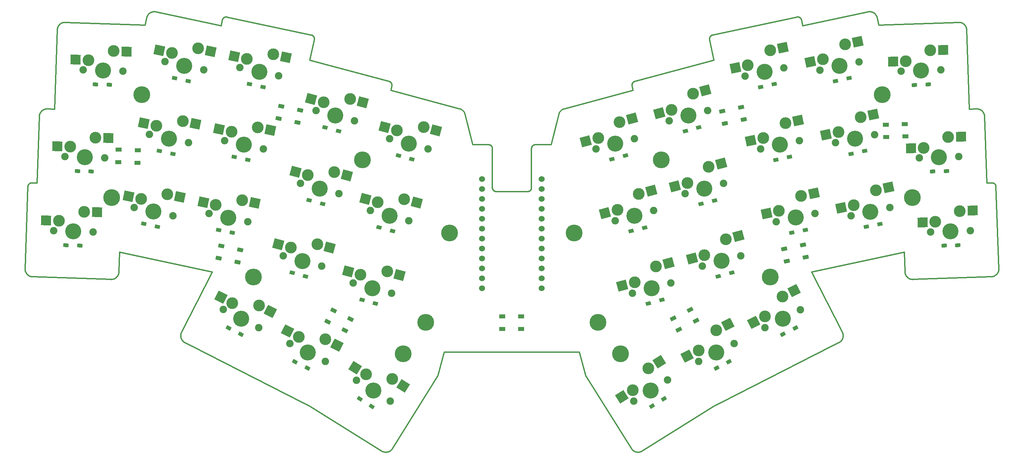
<source format=gbs>
%TF.GenerationSoftware,KiCad,Pcbnew,(6.0.6)*%
%TF.CreationDate,2022-07-10T22:01:46+09:00*%
%TF.ProjectId,nowt,6e6f7774-2e6b-4696-9361-645f70636258,rev?*%
%TF.SameCoordinates,Original*%
%TF.FileFunction,Soldermask,Bot*%
%TF.FilePolarity,Negative*%
%FSLAX46Y46*%
G04 Gerber Fmt 4.6, Leading zero omitted, Abs format (unit mm)*
G04 Created by KiCad (PCBNEW (6.0.6)) date 2022-07-10 22:01:46*
%MOMM*%
%LPD*%
G01*
G04 APERTURE LIST*
G04 Aperture macros list*
%AMRotRect*
0 Rectangle, with rotation*
0 The origin of the aperture is its center*
0 $1 length*
0 $2 width*
0 $3 Rotation angle, in degrees counterclockwise*
0 Add horizontal line*
21,1,$1,$2,0,0,$3*%
G04 Aperture macros list end*
%TA.AperFunction,Profile*%
%ADD10C,0.349999*%
%TD*%
%ADD11RotRect,1.300000X0.950000X358.000000*%
%ADD12C,4.300000*%
%ADD13RotRect,1.300000X0.950000X348.000000*%
%ADD14RotRect,1.500000X1.000000X27.000000*%
%ADD15C,1.900000*%
%ADD16C,3.000000*%
%ADD17C,4.100000*%
%ADD18RotRect,2.550000X2.500000X195.000000*%
%ADD19RotRect,2.550000X2.500000X192.000000*%
%ADD20RotRect,1.300000X0.950000X15.000000*%
%ADD21RotRect,1.300000X0.950000X12.000000*%
%ADD22RotRect,1.500000X1.000000X12.000000*%
%ADD23RotRect,1.300000X0.950000X345.000000*%
%ADD24RotRect,2.550000X2.500000X178.000000*%
%ADD25RotRect,2.550000X2.500000X182.000000*%
%ADD26RotRect,2.550000X2.500000X207.000000*%
%ADD27RotRect,1.500000X1.000000X348.000000*%
%ADD28RotRect,2.550000X2.500000X168.000000*%
%ADD29RotRect,1.300000X0.950000X327.000000*%
%ADD30RotRect,2.550000X2.500000X165.000000*%
%ADD31RotRect,1.300000X0.950000X27.000000*%
%ADD32RotRect,2.550000X2.500000X153.000000*%
%ADD33RotRect,1.500000X1.000000X2.000000*%
%ADD34RotRect,1.300000X0.950000X32.000000*%
%ADD35RotRect,1.300000X0.950000X2.000000*%
%ADD36RotRect,1.500000X1.000000X333.000000*%
%ADD37RotRect,1.500000X1.000000X358.000000*%
%ADD38RotRect,2.550000X2.500000X212.000000*%
%ADD39RotRect,1.300000X0.950000X333.000000*%
%ADD40RotRect,2.550000X2.500000X148.000000*%
%ADD41C,1.524000*%
%ADD42R,1.500000X1.000000*%
G04 APERTURE END LIST*
D10*
X72732052Y-26633205D02*
X72684562Y-26643585D01*
X179229312Y-137667739D02*
X179229312Y-137667739D01*
X270294066Y-91684858D02*
X270321484Y-91591155D01*
X196459436Y-32146363D02*
X196458571Y-32196008D01*
X230533221Y-108676893D02*
X230556741Y-108580901D01*
X262154177Y-29918351D02*
X262154177Y-29918351D01*
X31517647Y-28000906D02*
X31420438Y-28014372D01*
X239057900Y-26212028D02*
X239004616Y-26130299D01*
X239312655Y-26847300D02*
X239312655Y-26847300D01*
X197104277Y-31254241D02*
X197057938Y-31273081D01*
X30308662Y-28594722D02*
X30241604Y-28667264D01*
X266173669Y-50734683D02*
X266105080Y-50667580D01*
X115182141Y-43611429D02*
X115158412Y-43567870D01*
X95089535Y-31428482D02*
X95051952Y-31397916D01*
X140961129Y-70437724D02*
X140954768Y-70387679D01*
X61312380Y-107899411D02*
X61302364Y-107996489D01*
X158350196Y-50718048D02*
X158267650Y-50819922D01*
X26536623Y-50228640D02*
X26444609Y-50261262D01*
X115292264Y-44083444D02*
X115291830Y-44034582D01*
X246454202Y-92234775D02*
X246479056Y-92329472D01*
X140919427Y-60041605D02*
X140906354Y-59994511D01*
X115283828Y-43937348D02*
X115276284Y-43889153D01*
X159215351Y-50134709D02*
X159090155Y-50182210D01*
X260959039Y-28156219D02*
X260869103Y-28119283D01*
X238606083Y-25701634D02*
X238527461Y-25641840D01*
X157961692Y-51404106D02*
X157923999Y-51533734D01*
X23082637Y-69067515D02*
X23034527Y-69076596D01*
X150332259Y-71209324D02*
X150286748Y-71226887D01*
X21719967Y-91967790D02*
X21765159Y-92053167D01*
X270184942Y-91956298D02*
X270225732Y-91867596D01*
X261926812Y-29058686D02*
X261879662Y-28974045D01*
X22355374Y-69595762D02*
X22334060Y-69639653D01*
X22115069Y-92509003D02*
X22185383Y-92574359D01*
X151121017Y-59727217D02*
X151094989Y-59767715D01*
X133937526Y-51404093D02*
X133891589Y-51278317D01*
X270388610Y-91105950D02*
X270387606Y-91006736D01*
X176607371Y-44034612D02*
X176606939Y-44083476D01*
X45123022Y-92941581D02*
X45178184Y-92860700D01*
X196464389Y-32296279D02*
X196471169Y-32346757D01*
X140753275Y-59690353D02*
X140723020Y-59651530D01*
X115428202Y-137033728D02*
X127074427Y-118396346D01*
X115203592Y-43655914D02*
X115182141Y-43611429D01*
X23034527Y-69076596D02*
X22987000Y-69088000D01*
X270139818Y-92043001D02*
X270184942Y-91956298D01*
X115289014Y-43985854D02*
X115283828Y-43937348D01*
X150853716Y-70712723D02*
X150831790Y-70756332D01*
X219850350Y-27125968D02*
X219825312Y-27083788D01*
X196676131Y-31566918D02*
X196647174Y-31605205D01*
X72192515Y-26930397D02*
X72160257Y-26966351D01*
X265717927Y-50384675D02*
X265632564Y-50339464D01*
X266685037Y-51658970D02*
X266659348Y-51563062D01*
X247792500Y-93679900D02*
X247886202Y-93707303D01*
X132929984Y-50237615D02*
X132809048Y-50182236D01*
X159090155Y-50182210D02*
X158969219Y-50237593D01*
X248371389Y-93774355D02*
X248470599Y-93773337D01*
X72336989Y-26803832D02*
X72298703Y-26832788D01*
X237527444Y-25270441D02*
X237429897Y-25264460D01*
X150781583Y-70840244D02*
X150753369Y-70880384D01*
X31714403Y-27988342D02*
X31615691Y-27992209D01*
X53453532Y-25585768D02*
X53371694Y-25641844D01*
X177208207Y-43150756D02*
X177163704Y-43171411D01*
X176998061Y-43274526D02*
X176960094Y-43305158D01*
X114939113Y-43305142D02*
X114901148Y-43274510D01*
X114893202Y-137602513D02*
X114971278Y-137543905D01*
X30530817Y-28397626D02*
X30453761Y-28459444D01*
X246433973Y-92138751D02*
X246454202Y-92234775D01*
X261773790Y-28812742D02*
X261715327Y-28736324D01*
X239193221Y-26471921D02*
X239152303Y-26382985D01*
X219637436Y-26863558D02*
X219600545Y-26832779D01*
X94886303Y-31294074D02*
X94841302Y-31273092D01*
X141847361Y-71280237D02*
X141797317Y-71273879D01*
X145949603Y-71285399D02*
X141949603Y-71285399D01*
X150286748Y-71226887D02*
X150240408Y-71242218D01*
X140938638Y-60137704D02*
X140930200Y-60089363D01*
X22247560Y-69970004D02*
X22244601Y-70019530D01*
X177345170Y-137797033D02*
X177435668Y-137835152D01*
X22668216Y-92890970D02*
X22757716Y-92929939D01*
X220263125Y-28851722D02*
X219956149Y-27407487D01*
X265362947Y-50228750D02*
X265268999Y-50200556D01*
X23039268Y-93020588D02*
X23137067Y-93041620D01*
X94381060Y-126216544D02*
X112670657Y-137669425D01*
X115187462Y-137345843D02*
X115253027Y-137272754D01*
X73129115Y-26637251D02*
X73129115Y-26637251D01*
X52951753Y-26051269D02*
X52894548Y-26130303D01*
X268943344Y-92998125D02*
X269036563Y-92968736D01*
X177816101Y-137942532D02*
X177913822Y-137957446D01*
X177300430Y-43115971D02*
X177253806Y-43132258D01*
X150807735Y-70798866D02*
X150781583Y-70840244D01*
X218871195Y-26621047D02*
X218820719Y-26627828D01*
X140504178Y-59453294D02*
X140462782Y-59427148D01*
X61552420Y-109132568D02*
X61602451Y-109216748D01*
X62217312Y-109837216D02*
X62301801Y-109888442D01*
X140949603Y-60285399D02*
X140948373Y-60235804D01*
X268458163Y-93075324D02*
X268557205Y-93069429D01*
X29797051Y-29527887D02*
X29776817Y-29623916D01*
X22244601Y-70019530D02*
X22244601Y-70019530D01*
X115118553Y-137415467D02*
X115187462Y-137345843D01*
X158061496Y-51156710D02*
X158007627Y-51278328D01*
X29851319Y-29339973D02*
X29821909Y-29433185D01*
X178876335Y-137843293D02*
X178967259Y-137806200D01*
X164824786Y-118396346D02*
X176470996Y-137034179D01*
X140462782Y-59427148D02*
X140420230Y-59403099D01*
X22297966Y-69730316D02*
X22283260Y-69776925D01*
X178499446Y-137945570D02*
X178595296Y-137926974D01*
X115276284Y-43889153D02*
X115266393Y-43841357D01*
X248077439Y-93748304D02*
X248174642Y-93761776D01*
X141028196Y-70674672D02*
X141010290Y-70629262D01*
X261447666Y-28461694D02*
X261372948Y-28401404D01*
X150891043Y-70622609D02*
X150873479Y-70668121D01*
X269299612Y-69290022D02*
X269261076Y-69259113D01*
X239261986Y-26655976D02*
X239229815Y-26562966D01*
X177913822Y-137957446D02*
X178011802Y-137967483D01*
X113209932Y-137904890D02*
X113304821Y-137928071D01*
X176780956Y-137415745D02*
X176853122Y-137481756D01*
X45672885Y-86820426D02*
X69356166Y-91854468D01*
X115158412Y-43567870D02*
X115132554Y-43525540D01*
X230471809Y-108865618D02*
X230504855Y-108772017D01*
X176711987Y-137346163D02*
X176780956Y-137415745D01*
X150620761Y-71026747D02*
X150583343Y-71058982D01*
X95051952Y-31397916D02*
X95012789Y-31369118D01*
X260683118Y-28058482D02*
X260587328Y-28034860D01*
X269494489Y-69511261D02*
X269466900Y-69470816D01*
X140873441Y-59902645D02*
X140853670Y-59858037D01*
X151473461Y-59407678D02*
X151431616Y-59431704D01*
X266555503Y-51287900D02*
X266512395Y-51200771D01*
X23440608Y-93075339D02*
X23440608Y-93075339D01*
X114645407Y-43132242D02*
X114598783Y-43115955D01*
X30864014Y-28191826D02*
X30777302Y-28236931D01*
X114974765Y-45384867D02*
X114974765Y-45384867D01*
X30610536Y-28339893D02*
X30530817Y-28397626D01*
X61296583Y-108191587D02*
X61300846Y-108289253D01*
X248470599Y-93773337D02*
X248470599Y-93773337D01*
X269128133Y-92934870D02*
X269217892Y-92896599D01*
X141390504Y-71114626D02*
X141351298Y-71086747D01*
X53012778Y-25975076D02*
X52951753Y-26051269D01*
X21512065Y-91006743D02*
X21511073Y-91109676D01*
X141177966Y-70921511D02*
X141148279Y-70883736D01*
X44106924Y-93679847D02*
X44199121Y-93647921D01*
X150970238Y-60084182D02*
X150961375Y-60133354D01*
X72025857Y-27169584D02*
X72004876Y-27214584D01*
X52841264Y-26212031D02*
X52792002Y-26296309D01*
X23279246Y-69055037D02*
X23229635Y-69054517D01*
X219956149Y-27407487D02*
X219944177Y-27357423D01*
X248174642Y-93761776D02*
X248272681Y-93770481D01*
X71943103Y-27407483D02*
X71636073Y-28851722D01*
X268458163Y-93075324D02*
X268458163Y-93075324D01*
X21609315Y-91698138D02*
X21641924Y-91790146D01*
X230122960Y-109453058D02*
X230184579Y-109377345D01*
X95012789Y-31369118D02*
X94972095Y-31342162D01*
X266594451Y-51377406D02*
X266555503Y-51287900D01*
X151949603Y-59287265D02*
X151898208Y-59288563D01*
X247110844Y-93303191D02*
X247187893Y-93365010D01*
X54763267Y-25275298D02*
X54665214Y-25266857D01*
X21538593Y-91410930D02*
X21557528Y-91508400D01*
X145949603Y-112396346D02*
X145949603Y-112396346D01*
X22047981Y-92440397D02*
X22115069Y-92509003D01*
X61342415Y-108580593D02*
X61365912Y-108676563D01*
X237233945Y-25266856D02*
X237135890Y-25275297D01*
X112670657Y-137669425D02*
X112756081Y-137719996D01*
X133264176Y-50447946D02*
X133157854Y-50370781D01*
X269645899Y-69920900D02*
X269638131Y-69872298D01*
X269180093Y-69203455D02*
X269137812Y-69178767D01*
X113497318Y-137960397D02*
X113594575Y-137969484D01*
X229916846Y-109661084D02*
X229988978Y-109595063D01*
X158191814Y-50927198D02*
X158122994Y-51039564D01*
X157923999Y-51533734D02*
X155949603Y-59287265D01*
X265544860Y-50298325D02*
X265454944Y-50261380D01*
X150656695Y-70992553D02*
X150656695Y-70992553D01*
X72160257Y-26966351D02*
X72129692Y-27003934D01*
X266300965Y-50878440D02*
X266239007Y-50805010D01*
X45063825Y-93019842D02*
X45123022Y-92941581D01*
X43528069Y-93774327D02*
X43626771Y-93770447D01*
X140853670Y-59858037D02*
X140831733Y-59814422D01*
X45491674Y-91943369D02*
X45497592Y-91844336D01*
X247609764Y-93611596D02*
X247700299Y-93647977D01*
X52792002Y-26296309D02*
X52746861Y-26382988D01*
X151797501Y-59298759D02*
X151748313Y-59307532D01*
X72977762Y-26616866D02*
X72927767Y-26615232D01*
X266739703Y-52060307D02*
X266733510Y-51957559D01*
X262099500Y-29516948D02*
X262073804Y-29421026D01*
X238753273Y-25831794D02*
X238681388Y-25765001D01*
X22335202Y-92694801D02*
X22414466Y-92749628D01*
X72298703Y-26832788D02*
X72261812Y-26863567D01*
X140286457Y-59343876D02*
X140240100Y-59328556D01*
X22848752Y-69135837D02*
X22804390Y-69156220D01*
X128682116Y-112396346D02*
X145949603Y-112396346D01*
X151314130Y-59515102D02*
X151277860Y-59546467D01*
X176960094Y-43305158D02*
X176923646Y-43337623D01*
X269474688Y-92756095D02*
X269555588Y-92700942D01*
X264774532Y-50130367D02*
X264671603Y-50131333D01*
X247349815Y-93476333D02*
X247434356Y-93525712D01*
X72073941Y-27083793D02*
X72048903Y-27125971D01*
X25940783Y-50543395D02*
X25866068Y-50603686D01*
X261828611Y-28892023D02*
X261773790Y-28812742D01*
X95348682Y-31770834D02*
X95327499Y-31727711D01*
X140949603Y-60285399D02*
X140949603Y-60285399D01*
X112932800Y-137807635D02*
X113023746Y-137844643D01*
X269217892Y-92896599D02*
X269305679Y-92853997D01*
X269654238Y-70019530D02*
X269654238Y-70019530D01*
X151048774Y-59852556D02*
X151028712Y-59896776D01*
X133157854Y-50370781D02*
X133046355Y-50300567D01*
X261715327Y-28736324D02*
X261653353Y-28662888D01*
X115253027Y-137272754D02*
X115315101Y-137196304D01*
X140656558Y-59578173D02*
X140656558Y-59578173D01*
X62301801Y-109888442D02*
X62389102Y-109935630D01*
X265800820Y-50433838D02*
X265717927Y-50384675D01*
X95252051Y-31605223D02*
X95223095Y-31566935D01*
X25386945Y-51200681D02*
X25343828Y-51287821D01*
X43822001Y-93748261D02*
X43918198Y-93730079D01*
X266239007Y-50805010D02*
X266173669Y-50734683D01*
X269305679Y-92853997D02*
X269391331Y-92807138D01*
X261587999Y-28592557D02*
X261519393Y-28525452D01*
X239706683Y-28701015D02*
X239706683Y-28701015D01*
X176606939Y-44083476D02*
X176608899Y-44132386D01*
X270225732Y-91867596D02*
X270262128Y-91777060D01*
X237429897Y-25264460D02*
X237332006Y-25263255D01*
X219929842Y-27308552D02*
X219913217Y-27260923D01*
X114861734Y-43245766D02*
X114820942Y-43218963D01*
X133631557Y-50819922D02*
X133549010Y-50718051D01*
X45229237Y-92777362D02*
X45276108Y-92691728D01*
X53988458Y-25341472D02*
X53895246Y-25370843D01*
X230499626Y-107518401D02*
X230466082Y-107425818D01*
X176525722Y-137117016D02*
X176584226Y-137196695D01*
X72048903Y-27125971D02*
X72025857Y-27169584D01*
X230556741Y-108580901D02*
X230575429Y-108484219D01*
X45480912Y-92041559D02*
X45491674Y-91943369D01*
X150949603Y-70285399D02*
X150949603Y-70285399D01*
X176853122Y-137481756D02*
X176928342Y-137544091D01*
X95327499Y-31727711D02*
X95304301Y-31685685D01*
X25304873Y-51377337D02*
X25270208Y-51469110D01*
X266512395Y-51200771D02*
X266465258Y-51116139D01*
X270262128Y-91777060D02*
X270294066Y-91684858D01*
X115428202Y-137033728D02*
X115428202Y-137033728D01*
X140950905Y-70336896D02*
X140949603Y-70285437D01*
X237135890Y-25275297D02*
X237038015Y-25288610D01*
X197487612Y-126216643D02*
X229509402Y-109935973D01*
X145949603Y-112396346D02*
X163217089Y-112396346D01*
X158122994Y-51039564D02*
X158061496Y-51156710D01*
X150949603Y-60285434D02*
X150949603Y-70285399D01*
X95440628Y-32196018D02*
X95439765Y-32146374D01*
X230552663Y-107707165D02*
X230528490Y-107612242D01*
X141094387Y-70803959D02*
X141070307Y-70762083D01*
X140331985Y-59361429D02*
X140286457Y-59343876D01*
X133549010Y-50718051D02*
X133460060Y-50621891D01*
X266659348Y-51563062D02*
X266629109Y-51469167D01*
X114554688Y-137797130D02*
X114642959Y-137754655D01*
X22894029Y-69117651D02*
X22848752Y-69135837D01*
X178690178Y-137903709D02*
X178783916Y-137875806D01*
X22849472Y-92964618D02*
X22943363Y-92994878D01*
X114901148Y-43274510D02*
X114861734Y-43245766D01*
X52894548Y-26130303D02*
X52841264Y-26212031D01*
X25725741Y-50734551D02*
X25660389Y-50804882D01*
X158267650Y-50819922D02*
X158191814Y-50927198D01*
X114642959Y-137754655D02*
X114728898Y-137707991D01*
X230184579Y-109377345D02*
X230242463Y-109298670D01*
X29966118Y-29070885D02*
X29923497Y-29158661D01*
X265268999Y-50200556D02*
X265173229Y-50176919D01*
X115075086Y-43445461D02*
X115043617Y-43407821D01*
X95192318Y-31530043D02*
X95159766Y-31494620D01*
X219070327Y-26619406D02*
X219021109Y-26616091D01*
X61309896Y-108386761D02*
X61323748Y-108483933D01*
X264976744Y-50143801D02*
X264876289Y-50134563D01*
X25598418Y-50878318D02*
X25539959Y-50954737D01*
X246401766Y-91844329D02*
X246407681Y-91943366D01*
X22718747Y-69203458D02*
X22677632Y-69230251D01*
X248272681Y-93770481D02*
X248371389Y-93774355D01*
X150981465Y-60035876D02*
X150970238Y-60084182D01*
X30241604Y-28667264D02*
X30178435Y-28742749D01*
X72878124Y-26616097D02*
X72828907Y-26619413D01*
X219706736Y-26930389D02*
X219672858Y-26896111D01*
X25270208Y-51469110D02*
X25239964Y-51563018D01*
X61981866Y-109660660D02*
X62057229Y-109723190D01*
X158969219Y-50237593D02*
X158852848Y-50300548D01*
X230575429Y-108484219D02*
X230589300Y-108387023D01*
X72591831Y-26671069D02*
X72546738Y-26688076D01*
X176645029Y-43794071D02*
X176632804Y-43841382D01*
X115258303Y-44326695D02*
X115269951Y-44278480D01*
X150994996Y-59988498D02*
X150981465Y-60035876D01*
X151277860Y-59546467D02*
X151243140Y-59579510D01*
X270362514Y-91399912D02*
X270376002Y-91302704D01*
X269615582Y-69776925D02*
X269600875Y-69730314D01*
X237038015Y-25288610D02*
X236940493Y-25306828D01*
X25660389Y-50804882D02*
X25598418Y-50878318D01*
X140145231Y-59304752D02*
X140096883Y-59296335D01*
X25177055Y-51856337D02*
X25165793Y-51957572D01*
X176629254Y-44278517D02*
X176640902Y-44326733D01*
X73129115Y-26637251D02*
X73078511Y-26627828D01*
X151010766Y-59942110D02*
X150994996Y-59988498D01*
X246226321Y-86820426D02*
X246401766Y-91844329D01*
X196460206Y-32246005D02*
X196464389Y-32296279D01*
X269600875Y-69730314D02*
X269583929Y-69684530D01*
X177163704Y-43171411D02*
X177120368Y-43194170D01*
X72502594Y-26707196D02*
X72459472Y-26728380D01*
X151028712Y-59896776D02*
X151010766Y-59942110D01*
X45672885Y-86820426D02*
X45672885Y-86820426D01*
X196847282Y-31397901D02*
X196809697Y-31428466D01*
X26726375Y-50176830D02*
X26630588Y-50200456D01*
X260390803Y-28001776D02*
X260290328Y-27992558D01*
X72226391Y-26896119D02*
X72192515Y-26930397D01*
X26823853Y-50157884D02*
X26726375Y-50176830D01*
X114728898Y-137707991D02*
X114812361Y-137657243D01*
X115010418Y-43371851D02*
X114975560Y-43337607D01*
X261046763Y-28197350D02*
X260959039Y-28156219D01*
X53371694Y-25641844D02*
X53293074Y-25701638D01*
X61300846Y-108289253D02*
X61309896Y-108386761D01*
X246776340Y-92941621D02*
X246835541Y-93019886D01*
X30379534Y-28525285D02*
X30379534Y-28525285D01*
X150690891Y-70956620D02*
X150656695Y-70992553D01*
X52192523Y-28701015D02*
X52192523Y-28701015D01*
X269261076Y-69259113D02*
X269221208Y-69230247D01*
X177622634Y-137898095D02*
X177718814Y-137922713D01*
X270387606Y-91006736D02*
X269654238Y-70019530D01*
X269543466Y-69595760D02*
X269520023Y-69552936D01*
X150544522Y-71089222D02*
X150504382Y-71117434D01*
X29923497Y-29158661D02*
X29885206Y-29248411D01*
X31324229Y-28032544D02*
X31229187Y-28055361D01*
X177256857Y-137754620D02*
X177345170Y-137797033D01*
X22562113Y-69322947D02*
X22526672Y-69357667D01*
X115158412Y-43567870D02*
X115158412Y-43567870D01*
X247700299Y-93647977D02*
X247792500Y-93679900D01*
X115239617Y-43747311D02*
X115222755Y-43701237D01*
X261969931Y-29145826D02*
X261926812Y-29058686D01*
X179056514Y-137764557D02*
X179143923Y-137718393D01*
X21515244Y-91211439D02*
X21524458Y-91311900D01*
X149949572Y-71285434D02*
X149949572Y-71285434D01*
X133365013Y-50531753D02*
X133264176Y-50447946D01*
X230427873Y-107334672D02*
X230385012Y-107245139D01*
X219352503Y-26688066D02*
X219307409Y-26671059D01*
X95279135Y-31644831D02*
X95252051Y-31605223D01*
X246479056Y-92329472D02*
X246508462Y-92422680D01*
X151094989Y-59767715D02*
X151070887Y-59809515D01*
X53538047Y-25533815D02*
X53453532Y-25585768D01*
X219956149Y-27407487D02*
X219956149Y-27407487D01*
X114551203Y-43101933D02*
X114551203Y-43101933D01*
X238185991Y-25443293D02*
X238095736Y-25404792D01*
X114598783Y-43115955D02*
X114551203Y-43101933D01*
X141652241Y-71240445D02*
X141605777Y-71224724D01*
X268911839Y-69087996D02*
X268864314Y-69076592D01*
X268752604Y-93043175D02*
X268848637Y-93022962D01*
X114975560Y-43337607D02*
X114939113Y-43305142D01*
X140906354Y-59994511D02*
X140891014Y-59948164D01*
X219214676Y-26643576D02*
X219167185Y-26633197D01*
X54274691Y-25281167D02*
X54178355Y-25296602D01*
X239152303Y-26382985D02*
X239107163Y-26296305D01*
X135949603Y-59287265D02*
X135949603Y-59287265D01*
X115266393Y-43841357D02*
X115254167Y-43794047D01*
X266359413Y-50954852D02*
X266300965Y-50878440D01*
X269004809Y-69117647D02*
X268958699Y-69101691D01*
X163217089Y-112396346D02*
X164824786Y-118396346D01*
X22493138Y-69393940D02*
X22461548Y-69431684D01*
X140981092Y-70535347D02*
X140969924Y-70486967D01*
X72129692Y-27003934D02*
X72100895Y-27043097D01*
X176676441Y-43701259D02*
X176659579Y-43747334D01*
X26018359Y-50486693D02*
X25940783Y-50543395D01*
X266465258Y-51116139D02*
X266414220Y-51034126D01*
X29744601Y-29918353D02*
X29744601Y-29918353D01*
X45497592Y-91844336D02*
X45672885Y-86820426D01*
X23229635Y-69054517D02*
X23180274Y-69056444D01*
X269633868Y-92641753D02*
X269709369Y-92578601D01*
X150949603Y-70285399D02*
X150948374Y-70334994D01*
X196571720Y-31727694D02*
X196550535Y-31770818D01*
X95439765Y-32146374D02*
X95436452Y-32097156D01*
X94648402Y-31211313D02*
X73129115Y-26637251D01*
X266629109Y-51469167D02*
X266594451Y-51377406D01*
X53077523Y-25901870D02*
X53012778Y-25975076D01*
X22496470Y-92800685D02*
X22581093Y-92847842D01*
X54082886Y-25316714D02*
X53988458Y-25341472D01*
X230589300Y-108387023D02*
X230598367Y-108289491D01*
X140583173Y-59511743D02*
X140544336Y-59481504D01*
X196499561Y-31906026D02*
X196486923Y-31952794D01*
X239229815Y-26562966D02*
X239193221Y-26471921D01*
X179229312Y-137667739D02*
X197487612Y-126216643D01*
X61346595Y-107707082D02*
X61327129Y-107802883D01*
X26266955Y-50339334D02*
X26181575Y-50384541D01*
X177435668Y-137835152D02*
X177528204Y-137868874D01*
X158852848Y-50300548D02*
X158741348Y-50370765D01*
X22677632Y-69230251D02*
X22637766Y-69259117D01*
X21984239Y-92368671D02*
X22047981Y-92440397D01*
X196594920Y-31685668D02*
X196571720Y-31727694D01*
X140891014Y-59948164D02*
X140873441Y-59902645D01*
X151652583Y-59332115D02*
X151606167Y-59347800D01*
X71969411Y-27308551D02*
X71955075Y-27357420D01*
X261879662Y-28974045D02*
X261828611Y-28892023D01*
X94841302Y-31273092D02*
X94794964Y-31254251D01*
X246401766Y-91844329D02*
X246401766Y-91844329D01*
X237816278Y-25316711D02*
X237720809Y-25296599D01*
X115104756Y-43484719D02*
X115075086Y-43445461D01*
X177078268Y-43218978D02*
X177037476Y-43245781D01*
X176924441Y-45384867D02*
X159344500Y-50095401D01*
X150930210Y-70481425D02*
X150919442Y-70529179D01*
X44465051Y-93525653D02*
X44549586Y-93476274D01*
X115279160Y-44229959D02*
X115285940Y-44181220D01*
X270376002Y-91302704D02*
X270384721Y-91204662D01*
X23440608Y-93075339D02*
X43428866Y-93773314D01*
X21678848Y-91880073D02*
X21719967Y-91967790D01*
X159344500Y-50095401D02*
X159215351Y-50134709D01*
X44711499Y-93364952D02*
X44788543Y-93303135D01*
X262043557Y-29327117D02*
X262008890Y-29235344D01*
X219522650Y-26776736D02*
X219481797Y-26751569D01*
X114820942Y-43218963D02*
X114778844Y-43194155D01*
X22761027Y-69178771D02*
X22718747Y-69203458D01*
X23137067Y-93041620D02*
X23236637Y-93057842D01*
X26181575Y-50384541D02*
X26098666Y-50433701D01*
X176928342Y-137544091D02*
X177006470Y-137602649D01*
X219307409Y-26671059D02*
X219261442Y-26656213D01*
X94794964Y-31254251D02*
X94747335Y-31237624D01*
X177087362Y-137657325D02*
X177170873Y-137708016D01*
X219167185Y-26633197D02*
X219119043Y-26625125D01*
X238361108Y-25533811D02*
X238274506Y-25486310D01*
X113116181Y-137877071D02*
X113209932Y-137904890D01*
X196620087Y-31644814D02*
X196594920Y-31685668D01*
X61323748Y-108483933D02*
X61342415Y-108580593D01*
X128682116Y-112396346D02*
X128682116Y-112396346D01*
X158635027Y-50447933D02*
X158534191Y-50531744D01*
X95159766Y-31494620D02*
X95125489Y-31460742D01*
X158534191Y-50531744D02*
X158439145Y-50621885D01*
X43428866Y-93773314D02*
X43528069Y-93774327D01*
X140048035Y-59290287D02*
X139998769Y-59286642D01*
X151178602Y-59650382D02*
X151148909Y-59688085D01*
X69356166Y-91854468D02*
X69356166Y-91854468D01*
X269466900Y-69470816D02*
X269437293Y-69431680D01*
X150961375Y-60133354D02*
X150954939Y-60183328D01*
X197487612Y-126216643D02*
X197487612Y-126216643D01*
X197602359Y-37674814D02*
X177348010Y-43101950D01*
X62057229Y-109723190D02*
X62135750Y-109782087D01*
X45276108Y-92691728D02*
X45318722Y-92603959D01*
X229509402Y-109935973D02*
X229596744Y-109888808D01*
X22637766Y-69259117D02*
X22599232Y-69290026D01*
X114551203Y-43101933D02*
X94296847Y-37674814D01*
X246226321Y-86820426D02*
X246226321Y-86820426D01*
X230598367Y-108289491D02*
X230602644Y-108191800D01*
X267334750Y-69099917D02*
X267334750Y-69099917D01*
X237720809Y-25296599D02*
X237624473Y-25281165D01*
X219439771Y-26728370D02*
X219396648Y-26707186D01*
X52609528Y-26750805D02*
X52586505Y-26847303D01*
X196647174Y-31605205D02*
X196620087Y-31644814D01*
X139998769Y-59286642D02*
X139949168Y-59285434D01*
X150919442Y-70529179D02*
X150906376Y-70576267D01*
X178207836Y-137973049D02*
X178305540Y-137968637D01*
X61399625Y-107518371D02*
X61370765Y-107612186D01*
X238003916Y-25370840D02*
X237910705Y-25341469D01*
X114464231Y-137835314D02*
X114554688Y-137797130D01*
X151391071Y-59457658D02*
X151351888Y-59485478D01*
X61427269Y-108865249D02*
X61464713Y-108956683D01*
X196471169Y-32346757D02*
X196480593Y-32397362D01*
X141949603Y-71285399D02*
X141949603Y-71285399D01*
X247267606Y-93422745D02*
X247349815Y-93476333D01*
X22461548Y-69431684D02*
X22431940Y-69470819D01*
X176740786Y-43567889D02*
X176740786Y-43567889D01*
X141699693Y-71253920D02*
X141652241Y-71240445D01*
X230528490Y-107612242D02*
X230499626Y-107518401D01*
X269437293Y-69431680D02*
X269405705Y-69393936D01*
X72004876Y-27214584D02*
X71986036Y-27260923D01*
X196458571Y-32196008D02*
X196460206Y-32246005D01*
X61841073Y-109525241D02*
X61909775Y-109594632D01*
X140954768Y-70387679D02*
X140950905Y-70336896D01*
X269372173Y-69357663D02*
X269336734Y-69322943D01*
X267334750Y-69099917D02*
X266739703Y-52060307D01*
X155949603Y-59287265D02*
X155949603Y-59287265D01*
X72780192Y-26625132D02*
X72732052Y-26633205D01*
X150873479Y-70668121D02*
X150853716Y-70712723D01*
X158741348Y-50370765D02*
X158635027Y-50447933D01*
X229841442Y-109723604D02*
X229916846Y-109661084D01*
X43626771Y-93770447D02*
X43724803Y-93761738D01*
X54567155Y-25263256D02*
X54469265Y-25264462D01*
X61433162Y-107425814D02*
X61399625Y-107518371D01*
X238527461Y-25641840D02*
X238445620Y-25585764D01*
X268864314Y-69076592D02*
X268816205Y-69067511D01*
X247187893Y-93365010D02*
X247267606Y-93422745D01*
X95422663Y-32000299D02*
X95412286Y-31952808D01*
X140620608Y-59543977D02*
X140583173Y-59511743D01*
X177006470Y-137602649D02*
X177087362Y-137657325D01*
X236940493Y-25306828D02*
X236940493Y-25306828D01*
X269094449Y-69156216D02*
X269050087Y-69135833D01*
X219481797Y-26751569D02*
X219439771Y-26728370D01*
X31135478Y-28082759D02*
X31043269Y-28114678D01*
X113304821Y-137928071D02*
X113400675Y-137946583D01*
X22526672Y-69357667D02*
X22493138Y-69393940D01*
X246508462Y-92422680D02*
X246542344Y-92514238D01*
X45357007Y-92514217D02*
X45390889Y-92422663D01*
X45497592Y-91844336D02*
X45497592Y-91844336D01*
X22599232Y-69290026D02*
X22562113Y-69322947D01*
X270344321Y-91496117D02*
X270362514Y-91399912D01*
X196969322Y-31317109D02*
X196927142Y-31342148D01*
X114371731Y-137869104D02*
X114464231Y-137835314D01*
X269651281Y-69970004D02*
X269645899Y-69920900D01*
X43428866Y-93773314D02*
X43428866Y-93773314D01*
X21557528Y-91508400D02*
X21581143Y-91604179D01*
X196480593Y-32397362D02*
X197602359Y-37674814D01*
X268619601Y-69055033D02*
X268619601Y-69055033D01*
X237624473Y-25281165D02*
X237527444Y-25270441D01*
X44199121Y-93647921D02*
X44289652Y-93611539D01*
X115132554Y-43525540D02*
X115104756Y-43484719D01*
X197012936Y-31294062D02*
X196969322Y-31317109D01*
X29036982Y-50194493D02*
X29036982Y-50194493D01*
X150376860Y-71189564D02*
X150332259Y-71209324D01*
X176659579Y-43747334D02*
X176645029Y-43794071D01*
X127074427Y-118396346D02*
X127074427Y-118396346D01*
X196468470Y-32048427D02*
X196462752Y-32097144D01*
X177348010Y-43101950D02*
X177348010Y-43101950D01*
X72828907Y-26619413D02*
X72780192Y-26625132D01*
X219600545Y-26832779D02*
X219562258Y-26803822D01*
X141148279Y-70883736D02*
X141120398Y-70844531D01*
X113888274Y-137968088D02*
X113986232Y-137957972D01*
X150583343Y-71058982D02*
X150544522Y-71089222D01*
X196550535Y-31770818D02*
X196531415Y-31814964D01*
X150240408Y-71242218D02*
X150193323Y-71255283D01*
X266722248Y-51856340D02*
X266706048Y-51756770D01*
X176470996Y-137034179D02*
X176525722Y-137117016D01*
X197057938Y-31273081D02*
X197012936Y-31294062D01*
X140969924Y-70486967D02*
X140961129Y-70437724D01*
X158439145Y-50621885D02*
X158350196Y-50718048D01*
X22404351Y-69511264D02*
X22378817Y-69552939D01*
X140192997Y-59315504D02*
X140145231Y-59304752D01*
X61602451Y-109216748D02*
X61656448Y-109298241D01*
X95418597Y-32397368D02*
X95428024Y-32346764D01*
X140831733Y-59814422D02*
X140807666Y-59771882D01*
X30952726Y-28151054D02*
X30864014Y-28191826D01*
X151351888Y-59485478D02*
X151314130Y-59515102D01*
X197602359Y-37674814D02*
X197602359Y-37674814D01*
X30379534Y-28525285D02*
X30308662Y-28594722D01*
X45318722Y-92603959D02*
X45357007Y-92514217D01*
X197250842Y-31211308D02*
X197250842Y-31211308D01*
X62389102Y-109935630D02*
X62389102Y-109935630D01*
X72100895Y-27043097D02*
X72073941Y-27083793D01*
X220263125Y-28851722D02*
X220263125Y-28851722D01*
X95412286Y-31952808D02*
X95399651Y-31906041D01*
X218770114Y-26637253D02*
X197250842Y-31211308D01*
X52586505Y-26847303D02*
X52586505Y-26847303D01*
X248470599Y-93773337D02*
X268458163Y-93075324D01*
X238821639Y-25901866D02*
X238753273Y-25831794D01*
X219873396Y-27169582D02*
X219850350Y-27125968D01*
X45420294Y-92329458D02*
X45445149Y-92234766D01*
X262136720Y-29714349D02*
X262120515Y-29614763D01*
X115046443Y-137481522D02*
X115118553Y-137415467D01*
X150145573Y-71266048D02*
X150097241Y-71274480D01*
X61327129Y-107802883D02*
X61312380Y-107899411D01*
X21867279Y-92216379D02*
X21923965Y-92293955D01*
X25485140Y-51034018D02*
X25434092Y-51116040D01*
X268557205Y-93069429D02*
X268655406Y-93058688D01*
X219894377Y-27214583D02*
X219873396Y-27169582D01*
X246542344Y-92514238D02*
X246580630Y-92603985D01*
X176610186Y-43985883D02*
X176607371Y-44034612D01*
X140544336Y-59481504D02*
X140504178Y-59453294D01*
X25794344Y-50667445D02*
X25725741Y-50734551D01*
X94972095Y-31342162D02*
X94929916Y-31317122D01*
X269564780Y-69639651D02*
X269543466Y-69595760D01*
X151949603Y-59287265D02*
X151949603Y-59287265D01*
X26444609Y-50261262D02*
X26354676Y-50298200D01*
X29761282Y-29721111D02*
X29750519Y-29819310D01*
X151847487Y-59292415D02*
X151797501Y-59298759D01*
X45465379Y-92138745D02*
X45480912Y-92041559D01*
X246623246Y-92691758D02*
X246670119Y-92777396D01*
X151560799Y-59365664D02*
X151516543Y-59385644D01*
X140807666Y-59771882D02*
X140781502Y-59730498D01*
X139949168Y-59285434D02*
X139949168Y-59285434D01*
X269851382Y-92440703D02*
X269917238Y-92366492D01*
X158007627Y-51278328D02*
X157961692Y-51404106D01*
X141313521Y-71057061D02*
X141277237Y-71025632D01*
X52705943Y-26471924D02*
X52669348Y-26562970D01*
X141797317Y-71273879D02*
X141748073Y-71265085D01*
X53713168Y-25443296D02*
X53624651Y-25486314D01*
X176640902Y-44326733D02*
X176640902Y-44326733D01*
X45390889Y-92422663D02*
X45420294Y-92329458D01*
X133707395Y-50927194D02*
X133631557Y-50819922D01*
X269917238Y-92366492D02*
X269979072Y-92289450D01*
X30064058Y-28901900D02*
X30012996Y-28985244D01*
X269221208Y-69230247D02*
X269180093Y-69203455D01*
X43918198Y-93730079D02*
X44013228Y-93707253D01*
X230504855Y-108772017D02*
X230504855Y-108772017D01*
X27228083Y-50131324D02*
X27228083Y-50131324D01*
X61656448Y-109298241D02*
X61714294Y-109376910D01*
X196514407Y-31860058D02*
X196499561Y-31906026D01*
X53145888Y-25831798D02*
X53077523Y-25901870D01*
X31813616Y-27989368D02*
X31714403Y-27988342D01*
X176622914Y-43889180D02*
X176615370Y-43937376D01*
X72546738Y-26688076D02*
X72502594Y-26707196D01*
X73028035Y-26621049D02*
X72977762Y-26616866D01*
X114735508Y-43171396D02*
X114691006Y-43150740D01*
X176924441Y-45384867D02*
X176924441Y-45384867D01*
X71636073Y-28851722D02*
X54958659Y-25306828D01*
X269391331Y-92807138D02*
X269474688Y-92756095D01*
X177253806Y-43132258D02*
X177208207Y-43150756D01*
X246835541Y-93019886D02*
X246898705Y-93095370D01*
X115222755Y-43701237D02*
X115203592Y-43655914D01*
X145949603Y-71285399D02*
X145949603Y-71285399D01*
X176794445Y-43484737D02*
X176766645Y-43525558D01*
X176608899Y-44132386D02*
X176613264Y-44181255D01*
X23337857Y-93069125D02*
X23440608Y-93075339D01*
X25539959Y-50954737D02*
X25485140Y-51034018D01*
X196739463Y-31494603D02*
X196706910Y-31530026D01*
X159344500Y-50095401D02*
X159344500Y-50095401D01*
X178305540Y-137968637D02*
X178402802Y-137959467D01*
X141431077Y-71140635D02*
X141390504Y-71114626D01*
X94296847Y-37674814D02*
X94296847Y-37674814D01*
X72927767Y-26615232D02*
X72878124Y-26616097D01*
X52669348Y-26562970D02*
X52637176Y-26655979D01*
X22562113Y-69322947D02*
X22562113Y-69322947D01*
X45178184Y-92860700D02*
X45229237Y-92777362D01*
X196809697Y-31428466D02*
X196773742Y-31460726D01*
X61909775Y-109594632D02*
X61981866Y-109660660D01*
X268718570Y-69056440D02*
X268669211Y-69054513D01*
X197200778Y-31223280D02*
X197151907Y-31237616D01*
X176620045Y-44229994D02*
X176629254Y-44278517D01*
X230385012Y-107245139D02*
X230385012Y-107245139D01*
X114691006Y-43150740D02*
X114645407Y-43132242D01*
X22283260Y-69776925D02*
X22270829Y-69824280D01*
X238947411Y-26051265D02*
X238886385Y-25975072D01*
X141120398Y-70844531D02*
X141094387Y-70803959D01*
X260085604Y-27989373D02*
X239706683Y-28701015D01*
X113790228Y-137973359D02*
X113888274Y-137968088D01*
X25434092Y-51116040D02*
X25386945Y-51200681D01*
X21581143Y-91604179D02*
X21609315Y-91698138D01*
X114812361Y-137657243D02*
X114893202Y-137602513D01*
X229509402Y-109935973D02*
X229509402Y-109935973D01*
X23279246Y-69055037D02*
X23279246Y-69055037D01*
X266733510Y-51957559D02*
X266722248Y-51856340D01*
X22378817Y-69552939D02*
X22355374Y-69595762D01*
X61297094Y-108093940D02*
X61296583Y-108191587D01*
X219913217Y-27260923D02*
X219894377Y-27214583D01*
X72417448Y-26751579D02*
X72376595Y-26776746D01*
X261519393Y-28525452D02*
X261447666Y-28461694D01*
X237910705Y-25341469D02*
X237816278Y-25316711D01*
X114974765Y-45384867D02*
X115258303Y-44326695D01*
X21524458Y-91311900D02*
X21538593Y-91410930D01*
X150954939Y-60183328D02*
X150950995Y-60234042D01*
X229681275Y-109837601D02*
X229762879Y-109782488D01*
X177718814Y-137922713D02*
X177718814Y-137922713D01*
X196886446Y-31369103D02*
X196847282Y-31397901D01*
X151699986Y-59318671D02*
X151652583Y-59332115D01*
X176717056Y-43611449D02*
X176695604Y-43655935D01*
X266414220Y-51034126D02*
X266359413Y-50954852D01*
X95304301Y-31685685D02*
X95279135Y-31644831D01*
X54665214Y-25266857D02*
X54567155Y-25263256D01*
X270090424Y-92127538D02*
X270139818Y-92043001D01*
X150504382Y-71117434D02*
X150463003Y-71143585D01*
X54861140Y-25288611D02*
X54763267Y-25275298D01*
X22270829Y-69824280D02*
X22260711Y-69872299D01*
X247521060Y-93570821D02*
X247609764Y-93611596D01*
X246721175Y-92860737D02*
X246776340Y-92941621D01*
X94381060Y-126216544D02*
X94381060Y-126216544D01*
X150048409Y-71280544D02*
X149999159Y-71284207D01*
X54958659Y-25306828D02*
X54958659Y-25306828D01*
X247036624Y-93237349D02*
X247110844Y-93303191D01*
X219119043Y-26625125D02*
X219070327Y-26619406D01*
X270387606Y-91006736D02*
X270387606Y-91006736D01*
X114083928Y-137942981D02*
X114181185Y-137923087D01*
X247434356Y-93525712D02*
X247521060Y-93570821D01*
X114971278Y-137543905D02*
X115046443Y-137481522D01*
X264671603Y-50131333D02*
X264671603Y-50131333D01*
X178595296Y-137926974D02*
X178690178Y-137903709D01*
X219672858Y-26896111D02*
X219637436Y-26863558D01*
X25239964Y-51563018D02*
X25214270Y-51658939D01*
X115290304Y-44132353D02*
X115292264Y-44083444D01*
X269654238Y-70019530D02*
X269651281Y-69970004D01*
X196927142Y-31342148D02*
X196886446Y-31369103D01*
X23236637Y-93057842D02*
X23337857Y-93069125D01*
X133460060Y-50621891D02*
X133365013Y-50531753D01*
X22185383Y-92574359D02*
X22258801Y-92636335D01*
X266033371Y-50603823D02*
X265958671Y-50543533D01*
X114181185Y-137923087D02*
X114181185Y-137923087D01*
X22581093Y-92847842D02*
X22668216Y-92890970D01*
X26098666Y-50433701D02*
X26018359Y-50486693D01*
X31420438Y-28014372D02*
X31324229Y-28032544D01*
X238095736Y-25404792D02*
X238003916Y-25370840D01*
X238274506Y-25486310D02*
X238185991Y-25443293D01*
X115258303Y-44326695D02*
X115258303Y-44326695D01*
X24564463Y-69099917D02*
X23279246Y-69055037D01*
X140948373Y-60235804D02*
X140944707Y-60186545D01*
X141949603Y-71285399D02*
X141898144Y-71284098D01*
X238681388Y-25765001D02*
X238606083Y-25701634D01*
X230346562Y-109132981D02*
X230392547Y-109046235D01*
X150906376Y-70576267D02*
X150891043Y-70622609D01*
X261132146Y-28242555D02*
X261046763Y-28197350D01*
X53453532Y-25585768D02*
X53453532Y-25585768D01*
X94929916Y-31317122D02*
X94886303Y-31294074D01*
X176632804Y-43841382D02*
X176622914Y-43889180D01*
X218820719Y-26627828D02*
X218770114Y-26637253D01*
X27023365Y-50134517D02*
X26922893Y-50143739D01*
X150656695Y-70992553D02*
X150620761Y-71026747D01*
X44549586Y-93476274D02*
X44631791Y-93422686D01*
X261295368Y-28344704D02*
X261215058Y-28291714D01*
X260869103Y-28119283D02*
X260777086Y-28086664D01*
X140949603Y-70285437D02*
X140949603Y-70285437D01*
X61471361Y-107334693D02*
X61433162Y-107425814D01*
X25193257Y-51756753D02*
X25177055Y-51856337D01*
X30777302Y-28236931D02*
X30692754Y-28286307D01*
X150097241Y-71274480D02*
X150048409Y-71280544D01*
X246898705Y-93095370D02*
X246965757Y-93167912D01*
X95223095Y-31566935D02*
X95192318Y-31530043D01*
X230057721Y-109525676D02*
X230122960Y-109453058D01*
X22258801Y-92636335D02*
X22335202Y-92694801D01*
X140240100Y-59328556D02*
X140192997Y-59315504D01*
X95438991Y-32246014D02*
X95440628Y-32196018D01*
X22414466Y-92749628D02*
X22496470Y-92800685D01*
X230392547Y-109046235D02*
X230434334Y-108957069D01*
X157923999Y-51533734D02*
X157923999Y-51533734D01*
X95430735Y-32048440D02*
X95422663Y-32000299D01*
X219021109Y-26616091D02*
X218971465Y-26615227D01*
X30692754Y-28286307D02*
X30610536Y-28339893D01*
X151070887Y-59809515D02*
X151048774Y-59852556D01*
X61370765Y-107612186D02*
X61346595Y-107707082D01*
X151148909Y-59688085D02*
X151121017Y-59727217D01*
X237332006Y-25263255D02*
X237233945Y-25266856D01*
X176855586Y-43407837D02*
X176824116Y-43445478D01*
X133837717Y-51156702D02*
X133776217Y-51039557D01*
X61775874Y-109452622D02*
X61841073Y-109525241D01*
X61464713Y-108956683D02*
X61506469Y-109045834D01*
X22252942Y-69920900D02*
X22247560Y-69970004D01*
X239107163Y-26296305D02*
X239057900Y-26212028D01*
X265454944Y-50261380D02*
X265362947Y-50228750D01*
X95418597Y-32397368D02*
X95418597Y-32397368D01*
X115269951Y-44278480D02*
X115279160Y-44229959D01*
X22757716Y-92929939D02*
X22849472Y-92964618D01*
X30119228Y-28821015D02*
X30064058Y-28901900D01*
X150831790Y-70756332D02*
X150807735Y-70798866D01*
X62389102Y-109935630D02*
X94381060Y-126216544D01*
X177348010Y-43101950D02*
X177300430Y-43115971D01*
X141560366Y-71206820D02*
X141516071Y-71186795D01*
X178011802Y-137967483D02*
X178109865Y-137972675D01*
X178967259Y-137806200D02*
X179056514Y-137764557D01*
X151748313Y-59307532D02*
X151699986Y-59318671D01*
X239004616Y-26130299D02*
X238947411Y-26051265D01*
X176695604Y-43655935D02*
X176676441Y-43701259D01*
X196531415Y-31814964D02*
X196514407Y-31860058D01*
X61514209Y-107245185D02*
X61514209Y-107245185D01*
X141209396Y-70957794D02*
X141177966Y-70921511D01*
X71955075Y-27357420D02*
X71943103Y-27407483D01*
X31043269Y-28114678D02*
X30952726Y-28151054D01*
X236940493Y-25306828D02*
X220263125Y-28851722D01*
X44631791Y-93422686D02*
X44711499Y-93364952D01*
X265632564Y-50339464D02*
X265544860Y-50298325D01*
X29821909Y-29433185D02*
X29797051Y-29527887D01*
X261372948Y-28401404D02*
X261295368Y-28344704D01*
X133891589Y-51278317D02*
X133837717Y-51156702D01*
X260587328Y-28034860D02*
X260489846Y-28015917D01*
X141898144Y-71284098D02*
X141847361Y-71280237D01*
X22244601Y-70019530D02*
X21512065Y-91006743D01*
X151210033Y-59614169D02*
X151178602Y-59650382D01*
X115373542Y-137116594D02*
X115428202Y-137033728D01*
X196476544Y-32000285D02*
X196468470Y-32048427D01*
X219769559Y-27003928D02*
X219738994Y-26966344D01*
X150193323Y-71255283D02*
X150145573Y-71266048D01*
X114778844Y-43194155D02*
X114735508Y-43171396D01*
X141048223Y-70718967D02*
X141028196Y-70674672D01*
X29776817Y-29623916D02*
X29761282Y-29721111D01*
X230242463Y-109298670D02*
X230296496Y-109217171D01*
X95125489Y-31460742D02*
X95089535Y-31428482D01*
X269709369Y-92578601D02*
X269781927Y-92511560D01*
X53293074Y-25701638D02*
X53217772Y-25765005D01*
X114277335Y-137898396D02*
X114371731Y-137869104D01*
X230602144Y-108094128D02*
X230596883Y-107996650D01*
X268816205Y-69067511D02*
X268767596Y-69060783D01*
X140949603Y-70285437D02*
X140949603Y-60285399D01*
X140376604Y-59381182D02*
X140331985Y-59361429D01*
X269050087Y-69135833D02*
X269004809Y-69117647D01*
X141277237Y-71025632D02*
X141242508Y-70992522D01*
X176613264Y-44181255D02*
X176620045Y-44229994D01*
X197250842Y-31211308D02*
X197200778Y-31223280D01*
X230385012Y-107245139D02*
X222543032Y-91854468D01*
X22943363Y-92994878D02*
X23039268Y-93020588D01*
X265075767Y-50157960D02*
X264976744Y-50143801D01*
X266105080Y-50667580D02*
X266033371Y-50603823D01*
X196773742Y-31460726D02*
X196739463Y-31494603D01*
X141351298Y-71086747D02*
X141313521Y-71057061D01*
X140420230Y-59403099D02*
X140376604Y-59381182D01*
X230296496Y-109217171D02*
X230346562Y-109132981D01*
X164824786Y-118396346D02*
X164824786Y-118396346D01*
X260188552Y-27988383D02*
X260085604Y-27989373D01*
X52192523Y-28701015D02*
X31813616Y-27989368D01*
X95399651Y-31906041D02*
X95384806Y-31860074D01*
X218770114Y-26637253D02*
X218770114Y-26637253D01*
X95367800Y-31814980D02*
X95348682Y-31770834D01*
X268958699Y-69101691D02*
X268911839Y-69087996D01*
X22804390Y-69156220D02*
X22761027Y-69178771D01*
X230504855Y-108772017D02*
X230533221Y-108676893D01*
X150753369Y-70880384D02*
X150723127Y-70919203D01*
X247981236Y-93730125D02*
X248077439Y-93748304D01*
X269583929Y-69684530D02*
X269564780Y-69639651D01*
X246407681Y-91943366D02*
X246418441Y-92041560D01*
X230466082Y-107425818D02*
X230427873Y-107334672D01*
X230596883Y-107996650D02*
X230586872Y-107899546D01*
X266706048Y-51756770D02*
X266685037Y-51658970D01*
X27228083Y-50131324D02*
X27125138Y-50130338D01*
X115285940Y-44181220D02*
X115290304Y-44132353D01*
X151606167Y-59347800D02*
X151560799Y-59365664D01*
X24564463Y-69099917D02*
X24564463Y-69099917D01*
X141070307Y-70762083D02*
X141048223Y-70718967D01*
X72376595Y-26776746D02*
X72336989Y-26803832D01*
X218921469Y-26616863D02*
X218871195Y-26621047D01*
X45000666Y-93095323D02*
X45063825Y-93019842D01*
X141748073Y-71265085D02*
X141699693Y-71253920D01*
X270036821Y-92209744D02*
X270090424Y-92127538D01*
X178109865Y-137972675D02*
X178207836Y-137973049D01*
X176888786Y-43371867D02*
X176855586Y-43407837D01*
X21923965Y-92293955D02*
X21984239Y-92368671D01*
X230572128Y-107802992D02*
X230552663Y-107707165D01*
X219396648Y-26707186D02*
X219352503Y-26688066D01*
X21641924Y-91790146D02*
X21678848Y-91880073D01*
X150420469Y-71167639D02*
X150376860Y-71189564D01*
X26354676Y-50298200D02*
X26266955Y-50339334D01*
X261215058Y-28291714D02*
X261132146Y-28242555D01*
X61506469Y-109045834D02*
X61552420Y-109132568D01*
X54469265Y-25264462D02*
X54371719Y-25270443D01*
X140690769Y-59614109D02*
X140656558Y-59578173D01*
X150938643Y-70433089D02*
X150930210Y-70481425D01*
X150949603Y-60285434D02*
X150949603Y-60285434D01*
X112843520Y-137766076D02*
X112932800Y-137807635D01*
X61365912Y-108676563D02*
X61394252Y-108771666D01*
X222543032Y-91854468D02*
X246226321Y-86820426D01*
X113594575Y-137969484D02*
X113692270Y-137973814D01*
X262862216Y-50194493D02*
X262862216Y-50194493D01*
X238886385Y-25975072D02*
X238821639Y-25901866D01*
X178783916Y-137875806D02*
X178876335Y-137843293D01*
X260290328Y-27992558D02*
X260188552Y-27988383D01*
X230602644Y-108191800D02*
X230602144Y-108094128D01*
X218971465Y-26615227D02*
X218921469Y-26616863D01*
X21512065Y-91006743D02*
X21512065Y-91006743D01*
X261653353Y-28662888D02*
X261587999Y-28592557D01*
X112756081Y-137719996D02*
X112843520Y-137766076D01*
X22987000Y-69088000D02*
X22940140Y-69101695D01*
X141605777Y-71224724D02*
X141560366Y-71206820D01*
X44378351Y-93570762D02*
X44465051Y-93525653D01*
X150463003Y-71143585D02*
X150420469Y-71167639D01*
X246965757Y-93167912D02*
X247036624Y-93237349D01*
X61394252Y-108771666D02*
X61394252Y-108771666D01*
X262147984Y-29815586D02*
X262136720Y-29714349D01*
X73078511Y-26627828D02*
X73028035Y-26621049D01*
X43724803Y-93761738D02*
X43822001Y-93748261D01*
X21765159Y-92053167D02*
X21814304Y-92136073D01*
X133975222Y-51533719D02*
X133937526Y-51404093D01*
X269137812Y-69178767D02*
X269094449Y-69156216D01*
X260489846Y-28015917D02*
X260390803Y-28001776D01*
X25343828Y-51287821D02*
X25304873Y-51377337D01*
X269851382Y-92440703D02*
X269851382Y-92440703D01*
X94698465Y-31223286D02*
X94648402Y-31211313D01*
X176740786Y-43567889D02*
X176717056Y-43611449D01*
X140781502Y-59730498D02*
X140753275Y-59690353D01*
X268669211Y-69054513D02*
X268619601Y-69055033D01*
X22940140Y-69101695D02*
X22894029Y-69117651D01*
X270321484Y-91591155D02*
X270344321Y-91496117D01*
X260085604Y-27989373D02*
X260085604Y-27989373D01*
X219944177Y-27357423D02*
X219929842Y-27308552D01*
X176923646Y-43337623D02*
X176888786Y-43371867D01*
X22260711Y-69872299D02*
X22252942Y-69920900D01*
X113023746Y-137844643D02*
X113116181Y-137877071D01*
X30453761Y-28459444D02*
X30379534Y-28525285D01*
X176615370Y-43937376D02*
X176610186Y-43985883D01*
X269336734Y-69322943D02*
X269299612Y-69290022D01*
X229988978Y-109595063D02*
X230057721Y-109525676D01*
X269555588Y-92700942D02*
X269633868Y-92641753D01*
X25866068Y-50603686D02*
X25794344Y-50667445D01*
X262073804Y-29421026D02*
X262043557Y-29327117D01*
X176646362Y-137273112D02*
X176711987Y-137346163D01*
X265881111Y-50486831D02*
X265800820Y-50433838D01*
X72637797Y-26656222D02*
X72591831Y-26671069D01*
X230434334Y-108957069D02*
X230471809Y-108865618D01*
X52586505Y-26847303D02*
X52192523Y-28701015D01*
X155949603Y-59287265D02*
X151949603Y-59287265D01*
X149949572Y-71285434D02*
X145949603Y-71285399D01*
X269781927Y-92511560D02*
X269851382Y-92440703D01*
X149999159Y-71284207D02*
X149949572Y-71285434D01*
X230586872Y-107899546D02*
X230572128Y-107802992D01*
X177037476Y-43245781D02*
X176998061Y-43274526D01*
X22314912Y-69684531D02*
X22297966Y-69730316D01*
X140656558Y-59578173D02*
X140620608Y-59543977D01*
X95384806Y-31860074D02*
X95367800Y-31814980D01*
X196480593Y-32397362D02*
X196480593Y-32397362D01*
X94648402Y-31211313D02*
X94648402Y-31211313D01*
X239312655Y-26847300D02*
X239289633Y-26750802D01*
X219738994Y-26966344D02*
X219706736Y-26930389D01*
X262008890Y-29235344D02*
X261969931Y-29145826D01*
X238445620Y-25585764D02*
X238445620Y-25585764D01*
X61514209Y-107245185D02*
X61471361Y-107334693D01*
X27125138Y-50130338D02*
X27023365Y-50134517D01*
X44013228Y-93707253D02*
X44106924Y-93679847D01*
X151898208Y-59288563D02*
X151847487Y-59292415D01*
X115043617Y-43407821D02*
X115010418Y-43371851D01*
X71943103Y-27407483D02*
X71943103Y-27407483D01*
X115254167Y-43794047D02*
X115239617Y-43747311D01*
X127074427Y-118396346D02*
X128682116Y-112396346D01*
X269979072Y-92289450D02*
X270036821Y-92209744D01*
X260777086Y-28086664D02*
X260683118Y-28058482D01*
X53217772Y-25765005D02*
X53145888Y-25831798D01*
X268619601Y-69055033D02*
X267334750Y-69099917D01*
X94296847Y-37674814D02*
X95418597Y-32397368D01*
X269638131Y-69872298D02*
X269628013Y-69824279D01*
X269336734Y-69322943D02*
X269336734Y-69322943D01*
X246418441Y-92041560D02*
X246433973Y-92138751D01*
X219562258Y-26803822D02*
X219522650Y-26776736D01*
X140096883Y-59296335D02*
X140048035Y-59290287D01*
X246580630Y-92603985D02*
X246623246Y-92691758D01*
X265173229Y-50176919D02*
X265075767Y-50157960D01*
X247886202Y-93707303D02*
X247981236Y-93730125D01*
X238445620Y-25585764D02*
X238361108Y-25533811D01*
X25214270Y-51658939D02*
X25193257Y-51756753D01*
X115291830Y-44034582D02*
X115289014Y-43985854D01*
X196486923Y-31952794D02*
X196476544Y-32000285D01*
X264876289Y-50134563D02*
X264774532Y-50130367D01*
X45445149Y-92234766D02*
X45465379Y-92138745D01*
X176766645Y-43525558D02*
X176740786Y-43567889D01*
X222543032Y-91854468D02*
X222543032Y-91854468D01*
X197151907Y-31237616D02*
X197104277Y-31254241D01*
X262154177Y-29918351D02*
X262147984Y-29815586D01*
X132554705Y-50095433D02*
X114974765Y-45384867D01*
X246670119Y-92777396D02*
X246721175Y-92860737D01*
X62135750Y-109782087D02*
X62217312Y-109837216D01*
X44788543Y-93303135D02*
X44862757Y-93237296D01*
X31615691Y-27992209D02*
X31517647Y-28000906D01*
X268848637Y-93022962D02*
X268943344Y-92998125D01*
X22334060Y-69639653D02*
X22314912Y-69684531D01*
X29036982Y-50194493D02*
X27228083Y-50131324D01*
X140994568Y-70582799D02*
X140981092Y-70535347D01*
X54178355Y-25296602D02*
X54082886Y-25316714D01*
X151243140Y-59579510D02*
X151210033Y-59614169D01*
X95436452Y-32097156D02*
X95430735Y-32048440D01*
X61394252Y-108771666D02*
X61427269Y-108865249D01*
X264671603Y-50131333D02*
X262862216Y-50194493D01*
X150944709Y-70384251D02*
X150938643Y-70433089D01*
X239289633Y-26750802D02*
X239261986Y-26655976D01*
X141516071Y-71186795D02*
X141472953Y-71164713D01*
X23131247Y-69060787D02*
X23082637Y-69067515D01*
X133776217Y-51039557D02*
X133707395Y-50927194D01*
X268767596Y-69060783D02*
X268718570Y-69056440D01*
X140930200Y-60089363D02*
X140919427Y-60041605D01*
X266739703Y-52060307D02*
X266739703Y-52060307D01*
X25159602Y-52060336D02*
X24564463Y-69099917D01*
X133975222Y-51533719D02*
X133975222Y-51533719D01*
X25159602Y-52060336D02*
X25159602Y-52060336D01*
X29744601Y-29918353D02*
X29036982Y-50194493D01*
X61302364Y-107996489D02*
X61297094Y-108093940D01*
X21511073Y-91109676D02*
X21515244Y-91211439D01*
X177170873Y-137708016D02*
X177256857Y-137754620D01*
X150723127Y-70919203D02*
X150690891Y-70956620D01*
X23180274Y-69056444D02*
X23131247Y-69060787D01*
X177718814Y-137922713D02*
X177816101Y-137942532D01*
X219825312Y-27083788D02*
X219798357Y-27043092D01*
X269036563Y-92968736D02*
X269128133Y-92934870D01*
X95428024Y-32346764D02*
X95434805Y-32296287D01*
X269520023Y-69552936D02*
X269494489Y-69511261D01*
X26922893Y-50143739D02*
X26823853Y-50157884D01*
X141010290Y-70629262D02*
X140994568Y-70582799D01*
X52637176Y-26655979D02*
X52609528Y-26750805D01*
X113986232Y-137957972D02*
X114083928Y-137942981D01*
X44862757Y-93237296D02*
X44933619Y-93167861D01*
X196706910Y-31530026D02*
X196676131Y-31566918D01*
X31229187Y-28055361D02*
X31135478Y-28082759D01*
X54958659Y-25306828D02*
X54861140Y-25288611D01*
X44933619Y-93167861D02*
X45000666Y-93095323D01*
X22431940Y-69470819D02*
X22404351Y-69511264D01*
X176584226Y-137196695D02*
X176646362Y-137273112D01*
X176824116Y-43445478D02*
X176794445Y-43484737D01*
X179143923Y-137718393D02*
X179229312Y-137667739D01*
X219798357Y-27043092D02*
X219769559Y-27003928D01*
X269405705Y-69393936D02*
X269372173Y-69357663D01*
X247036624Y-93237349D02*
X247036624Y-93237349D01*
X150950995Y-60234042D02*
X150949603Y-60285434D01*
X219261442Y-26656213D02*
X219214676Y-26643576D01*
X54371719Y-25270443D02*
X54274691Y-25281167D01*
X177528204Y-137868874D02*
X177622634Y-137898095D01*
X132809048Y-50182236D02*
X132683853Y-50134738D01*
X270384721Y-91204662D02*
X270388610Y-91105950D01*
X94747335Y-31237624D02*
X94698465Y-31223286D01*
X72684562Y-26643585D02*
X72637797Y-26656222D01*
X135949603Y-59287265D02*
X133975222Y-51533719D01*
X133046355Y-50300567D02*
X132929984Y-50237615D01*
X113692270Y-137973814D02*
X113790228Y-137973359D01*
X71986036Y-27260923D02*
X71969411Y-27308551D01*
X196462752Y-32097144D02*
X196459436Y-32146363D01*
X132554705Y-50095433D02*
X132554705Y-50095433D01*
X262862216Y-50194493D02*
X262154177Y-29918351D01*
X44289652Y-93611539D02*
X44378351Y-93570762D01*
X151516543Y-59385644D02*
X151473461Y-59407678D01*
X29750519Y-29819310D02*
X29744601Y-29918353D01*
X150948374Y-70334994D02*
X150944709Y-70384251D01*
X265958671Y-50543533D02*
X265881111Y-50486831D01*
X163217089Y-112396346D02*
X163217089Y-112396346D01*
X114181185Y-137923087D02*
X114277335Y-137898396D01*
X176640902Y-44326733D02*
X176924441Y-45384867D01*
X53624651Y-25486314D02*
X53538047Y-25533815D01*
X268655406Y-93058688D02*
X268752604Y-93043175D01*
X239706683Y-28701015D02*
X239312655Y-26847300D01*
X151431616Y-59431704D02*
X151391071Y-59457658D01*
X115315101Y-137196304D02*
X115373542Y-137116594D01*
X21814304Y-92136073D02*
X21867279Y-92216379D01*
X30178435Y-28742749D02*
X30119228Y-28821015D01*
X95434805Y-32296287D02*
X95438991Y-32246014D01*
X178402802Y-137959467D02*
X178499446Y-137945570D01*
X30012996Y-28985244D02*
X29966118Y-29070885D01*
X53803425Y-25404795D02*
X53713168Y-25443296D01*
X69356166Y-91854468D02*
X61514209Y-107245185D01*
X53895246Y-25370843D02*
X53803425Y-25404795D01*
X269628013Y-69824279D02*
X269615582Y-69776925D01*
X141242508Y-70992522D02*
X141209396Y-70957794D01*
X61714294Y-109376910D02*
X61775874Y-109452622D01*
X113400675Y-137946583D02*
X113497318Y-137960397D01*
X26630588Y-50200456D02*
X26536623Y-50228640D01*
X44862757Y-93237296D02*
X44862757Y-93237296D01*
X229596744Y-109888808D02*
X229681275Y-109837601D01*
X72261812Y-26863567D02*
X72226391Y-26896119D01*
X141472953Y-71164713D02*
X141431077Y-71140635D01*
X25165793Y-51957572D02*
X25159602Y-52060336D01*
X176470996Y-137034179D02*
X176470996Y-137034179D01*
X71636073Y-28851722D02*
X71636073Y-28851722D01*
X52746861Y-26382988D02*
X52705943Y-26471924D01*
X262120515Y-29614763D02*
X262099500Y-29516948D01*
X139949168Y-59285434D02*
X135949603Y-59287265D01*
X132683853Y-50134738D02*
X132554705Y-50095433D01*
X72459472Y-26728380D02*
X72417448Y-26751579D01*
X112670657Y-137669425D02*
X112670657Y-137669425D01*
X140723020Y-59651530D02*
X140690769Y-59614109D01*
X177120368Y-43194170D02*
X177078268Y-43218978D01*
X140944707Y-60186545D02*
X140938638Y-60137704D01*
X229762879Y-109782488D02*
X229841442Y-109723604D01*
X29885206Y-29248411D02*
X29851319Y-29339973D01*
D11*
%TO.C,D11*%
X34878281Y-66028853D03*
X38426119Y-66152747D03*
%TD*%
D12*
%TO.C,2*%
X43640000Y-72840000D03*
%TD*%
%TO.C,4*%
X79860000Y-93140000D03*
%TD*%
%TO.C,6*%
X123930000Y-104700000D03*
%TD*%
D13*
%TO.C,D12*%
X55794788Y-60895757D03*
X59267212Y-61633843D03*
%TD*%
D11*
%TO.C,D21*%
X31931881Y-84977253D03*
X35479719Y-85101147D03*
%TD*%
D14*
%TO.C,D42*%
X191506581Y-101492113D03*
X192959351Y-104343334D03*
X188593419Y-106567887D03*
X187140649Y-103716666D03*
%TD*%
D12*
%TO.C,3*%
X107770000Y-63140000D03*
%TD*%
D15*
%TO.C,SW16*%
X182146903Y-76145199D03*
D16*
X172902422Y-75992649D03*
D15*
X172333097Y-78774801D03*
D16*
X178378651Y-71895696D03*
D17*
X177240000Y-77460000D03*
D18*
X169739015Y-76840281D03*
X181568138Y-71041076D03*
%TD*%
D16*
%TO.C,SW17*%
X190752422Y-69052649D03*
D17*
X195090000Y-70520000D03*
D16*
X196228651Y-64955696D03*
D15*
X199996903Y-69205199D03*
X190183097Y-71834801D03*
D18*
X187589015Y-69900281D03*
X199418138Y-64101076D03*
%TD*%
D16*
%TO.C,SW9*%
X225385162Y-37437649D03*
D15*
X224671010Y-40186191D03*
X234608990Y-38073809D03*
D16*
X231068304Y-33632914D03*
D17*
X229640000Y-39130000D03*
D19*
X222181729Y-38118559D03*
X234298147Y-32946390D03*
%TD*%
D13*
%TO.C,D3*%
X78883388Y-43801557D03*
X82355812Y-44539643D03*
%TD*%
D12*
%TO.C,5*%
X130030000Y-81850000D03*
%TD*%
D13*
%TO.C,D2*%
X59706388Y-42252157D03*
X63178812Y-42990243D03*
%TD*%
D15*
%TO.C,SW29*%
X232581010Y-77476191D03*
X242518990Y-75363809D03*
D16*
X238978304Y-70922914D03*
D17*
X237550000Y-76420000D03*
D16*
X233295162Y-74727649D03*
D19*
X230091729Y-75408559D03*
X242208147Y-70236390D03*
%TD*%
D20*
%TO.C,D17*%
X194285482Y-74459404D03*
X197714518Y-73540596D03*
%TD*%
D21*
%TO.C,D8*%
X209473788Y-44559043D03*
X212946212Y-43820957D03*
%TD*%
D22*
%TO.C,D45*%
X204503803Y-49685580D03*
X205169120Y-52815653D03*
X200376197Y-53834420D03*
X199710880Y-50704347D03*
%TD*%
D15*
%TO.C,SW18*%
X219408990Y-58223809D03*
D16*
X210185162Y-57587649D03*
D17*
X214440000Y-59280000D03*
D15*
X209471010Y-60336191D03*
D16*
X215868304Y-53782914D03*
D19*
X206981729Y-58268559D03*
X219098147Y-53096390D03*
%TD*%
D23*
%TO.C,D5*%
X116925482Y-62060596D03*
X120354518Y-62979404D03*
%TD*%
D15*
%TO.C,SW1*%
X46478905Y-40512489D03*
D17*
X41402000Y-40335200D03*
D16*
X44117742Y-35346939D03*
X37682966Y-37663780D03*
D15*
X36325095Y-40157911D03*
D24*
X34409961Y-37549484D03*
X47417731Y-35462177D03*
%TD*%
D12*
%TO.C,7*%
X118180000Y-112800000D03*
%TD*%
D15*
%TO.C,SW19*%
X228651010Y-58806191D03*
D16*
X229365162Y-56057649D03*
D17*
X233620000Y-57750000D03*
D16*
X235048304Y-52252914D03*
D15*
X238588990Y-56693809D03*
D19*
X226161729Y-56738559D03*
X238278147Y-51566390D03*
%TD*%
D11*
%TO.C,D1*%
X39475681Y-43854653D03*
X43023519Y-43978547D03*
%TD*%
D15*
%TO.C,SW10*%
X255571705Y-40157911D03*
D16*
X252855963Y-35169650D03*
D15*
X245417895Y-40512489D03*
D16*
X246598476Y-37929714D03*
D17*
X250494800Y-40335200D03*
D25*
X243325471Y-38044010D03*
X256155952Y-35054412D03*
%TD*%
D15*
%TO.C,SW35*%
X202706313Y-110123728D03*
D16*
X193632129Y-111896547D03*
X198136885Y-106750551D03*
D17*
X198180000Y-112430000D03*
D15*
X193653687Y-114736272D03*
D26*
X190714083Y-113383366D03*
X201078988Y-105251474D03*
%TD*%
D27*
%TO.C,D37*%
X91779120Y-50494347D03*
X91113803Y-53624420D03*
X86320880Y-52605653D03*
X86986197Y-49475580D03*
%TD*%
D16*
%TO.C,SW12*%
X61833686Y-53293306D03*
D15*
X63261990Y-58790391D03*
D17*
X58293000Y-57734200D03*
D15*
X53324010Y-56678009D03*
D16*
X55094353Y-54457562D03*
D28*
X51890920Y-53776651D03*
X65063530Y-53979830D03*
%TD*%
D29*
%TO.C,D33*%
X107081360Y-124313266D03*
X110058640Y-126246734D03*
%TD*%
D15*
%TO.C,SW26*%
X186536903Y-94685199D03*
X176723097Y-97314801D03*
D17*
X181630000Y-96000000D03*
D16*
X177292422Y-94532649D03*
X182768651Y-90435696D03*
D18*
X174129015Y-95380281D03*
X185958138Y-89581076D03*
%TD*%
D20*
%TO.C,D7*%
X190265482Y-55779404D03*
X193694518Y-54860596D03*
%TD*%
D23*
%TO.C,D15*%
X112005482Y-80470596D03*
X115434518Y-81389404D03*
%TD*%
D16*
%TO.C,SW4*%
X97800000Y-48410000D03*
D15*
X95915874Y-50534751D03*
X105729680Y-53164353D03*
D16*
X104591029Y-47600049D03*
D17*
X100822777Y-51849552D03*
D30*
X94636593Y-47562367D03*
X107780516Y-48454670D03*
%TD*%
D31*
%TO.C,D36*%
X215188463Y-107815833D03*
X218351537Y-106204167D03*
%TD*%
D16*
%TO.C,SW32*%
X91478401Y-108447140D03*
D15*
X89193687Y-110133728D03*
D17*
X93720000Y-112440000D03*
D16*
X98289428Y-109066823D03*
D15*
X98246313Y-114746272D03*
D32*
X88560355Y-106960321D03*
X101231532Y-110565899D03*
%TD*%
D33*
%TO.C,D44*%
X246362668Y-53985471D03*
X246474347Y-57183522D03*
X241577332Y-57354529D03*
X241465653Y-54156478D03*
%TD*%
D16*
%TO.C,SW24*%
X89407223Y-85600448D03*
D15*
X97336903Y-90354801D03*
D17*
X92430000Y-89040000D03*
D16*
X96198252Y-84790497D03*
D15*
X87523097Y-87725199D03*
D30*
X86243816Y-84752815D03*
X99387739Y-85645118D03*
%TD*%
D34*
%TO.C,D34*%
X181744715Y-126200607D03*
X184755285Y-124319393D03*
%TD*%
D15*
%TO.C,SW36*%
X210633687Y-106096272D03*
X219686313Y-101483728D03*
D17*
X215160000Y-103790000D03*
D16*
X210612129Y-103256547D03*
X215116885Y-98110551D03*
D26*
X207694083Y-104743366D03*
X218058988Y-96611474D03*
%TD*%
D13*
%TO.C,D22*%
X51832388Y-79539357D03*
X55304812Y-80277443D03*
%TD*%
D15*
%TO.C,SW15*%
X119576903Y-78774801D03*
D16*
X118438252Y-73210497D03*
D17*
X114670000Y-77460000D03*
D15*
X109763097Y-76145199D03*
D16*
X111647223Y-74020448D03*
D30*
X108483816Y-73172815D03*
X121627739Y-74065118D03*
%TD*%
D35*
%TO.C,D10*%
X248822481Y-44003947D03*
X252370319Y-43880053D03*
%TD*%
D12*
%TO.C,1*%
X51310000Y-46520000D03*
%TD*%
D21*
%TO.C,D29*%
X236543788Y-80309043D03*
X240016212Y-79570957D03*
%TD*%
D16*
%TO.C,SW20*%
X257453363Y-57318450D03*
D15*
X260169105Y-62306711D03*
D16*
X251195876Y-60078514D03*
D17*
X255092200Y-62484000D03*
D15*
X250015295Y-62661289D03*
D25*
X247922871Y-60192810D03*
X260753352Y-57203212D03*
%TD*%
D12*
%TO.C,10*%
X173720000Y-112810000D03*
%TD*%
D20*
%TO.C,D16*%
X176435482Y-81409404D03*
X179864518Y-80490596D03*
%TD*%
D21*
%TO.C,D28*%
X217433788Y-81819043D03*
X220906212Y-81080957D03*
%TD*%
D15*
%TO.C,SW13*%
X72475610Y-58227409D03*
D17*
X77444600Y-59283600D03*
D16*
X74245953Y-56006962D03*
X80985286Y-54842706D03*
D15*
X82413590Y-60339791D03*
D28*
X71042520Y-55326051D03*
X84215130Y-55529230D03*
%TD*%
D16*
%TO.C,SW7*%
X186732422Y-50372649D03*
D15*
X195976903Y-50525199D03*
D17*
X191070000Y-51840000D03*
D15*
X186163097Y-53154801D03*
D16*
X192208651Y-46275696D03*
D18*
X183569015Y-51220281D03*
X195398138Y-45421076D03*
%TD*%
D35*
%TO.C,D30*%
X256366281Y-85101147D03*
X259914119Y-84977253D03*
%TD*%
D36*
%TO.C,D40*%
X104689351Y-103916666D03*
X103236581Y-106767887D03*
X98870649Y-104543334D03*
X100323419Y-101692113D03*
%TD*%
D37*
%TO.C,D38*%
X50324347Y-60746478D03*
X50212668Y-63944529D03*
X45315653Y-63773522D03*
X45427332Y-60575471D03*
%TD*%
D15*
%TO.C,SW23*%
X68487810Y-76896409D03*
D17*
X73456800Y-77952600D03*
D15*
X78425790Y-79008791D03*
D16*
X70258153Y-74675962D03*
X76997486Y-73511706D03*
D28*
X67054720Y-73995051D03*
X80227330Y-74198230D03*
%TD*%
D13*
%TO.C,D13*%
X74946388Y-62445157D03*
X78418812Y-63183243D03*
%TD*%
D15*
%TO.C,SW22*%
X59299590Y-77459391D03*
X49361610Y-75347009D03*
D17*
X54330600Y-76403200D03*
D16*
X51131953Y-73126562D03*
X57871286Y-71962306D03*
D28*
X47928520Y-72445651D03*
X61101130Y-72648830D03*
%TD*%
D15*
%TO.C,SW34*%
X185668084Y-119508010D03*
D17*
X181360000Y-122200000D03*
D16*
X180822052Y-116545921D03*
D15*
X177051916Y-124891990D03*
D16*
X176782942Y-122064950D03*
D38*
X174005584Y-123800436D03*
X183622307Y-114796127D03*
%TD*%
D12*
%TO.C,12*%
X211990000Y-93130000D03*
%TD*%
D13*
%TO.C,D23*%
X70958588Y-81088757D03*
X74431012Y-81826843D03*
%TD*%
D21*
%TO.C,D9*%
X228633788Y-43019043D03*
X232106212Y-42280957D03*
%TD*%
D12*
%TO.C,13*%
X240550000Y-46520000D03*
%TD*%
%TO.C,11*%
X184110000Y-63170000D03*
%TD*%
D20*
%TO.C,D27*%
X198675482Y-92959404D03*
X202104518Y-92040596D03*
%TD*%
D21*
%TO.C,D18*%
X213433788Y-63169043D03*
X216906212Y-62430957D03*
%TD*%
D16*
%TO.C,SW6*%
X173448651Y-53475696D03*
X167972422Y-57572649D03*
D15*
X167403097Y-60354801D03*
X177216903Y-57725199D03*
D17*
X172310000Y-59040000D03*
D18*
X164809015Y-58420281D03*
X176638138Y-52621076D03*
%TD*%
D21*
%TO.C,D19*%
X232613788Y-61639043D03*
X236086212Y-60900957D03*
%TD*%
D39*
%TO.C,D31*%
X73488463Y-106164167D03*
X76651537Y-107775833D03*
%TD*%
D15*
%TO.C,SW5*%
X124496903Y-60364801D03*
D16*
X116567223Y-55610448D03*
D17*
X119590000Y-59050000D03*
D16*
X123358252Y-54800497D03*
D15*
X114683097Y-57735199D03*
D30*
X113403816Y-54762815D03*
X126547739Y-55655118D03*
%TD*%
D23*
%TO.C,D25*%
X107625482Y-99000596D03*
X111054518Y-99919404D03*
%TD*%
%TO.C,D24*%
X89765482Y-92060596D03*
X93194518Y-92979404D03*
%TD*%
D27*
%TO.C,D39*%
X76479120Y-86174347D03*
X75813803Y-89304420D03*
X71020880Y-88285653D03*
X71686197Y-85155580D03*
%TD*%
D16*
%TO.C,SW3*%
X78182953Y-37363362D03*
D17*
X81381600Y-40640000D03*
D16*
X84922286Y-36199106D03*
D15*
X86350590Y-41696191D03*
X76412610Y-39583809D03*
D28*
X74979520Y-36682451D03*
X88152130Y-36885630D03*
%TD*%
D16*
%TO.C,SW11*%
X39494942Y-57495739D03*
D15*
X41856105Y-62661289D03*
D17*
X36779200Y-62484000D03*
D16*
X33060166Y-59812580D03*
D15*
X31702295Y-62306711D03*
D24*
X29787161Y-59698284D03*
X42794931Y-57610977D03*
%TD*%
D20*
%TO.C,D26*%
X180815482Y-99939404D03*
X184244518Y-99020596D03*
%TD*%
D17*
%TO.C,SW33*%
X110530000Y-122210000D03*
D15*
X114838084Y-124901990D03*
D16*
X115376032Y-119247911D03*
D15*
X106221916Y-119518010D03*
D16*
X108644932Y-118036965D03*
D40*
X105867574Y-116301480D03*
X118176287Y-120997704D03*
%TD*%
D15*
%TO.C,SW8*%
X215458990Y-39603809D03*
D16*
X211918304Y-35162914D03*
D17*
X210490000Y-40660000D03*
D15*
X205521010Y-41716191D03*
D16*
X206235162Y-38967649D03*
D19*
X203031729Y-39648559D03*
X215148147Y-34476390D03*
%TD*%
D41*
%TO.C,U1*%
X153534400Y-68069000D03*
X153534400Y-70609000D03*
X153534400Y-73149000D03*
X153534400Y-75689000D03*
X153534400Y-78229000D03*
X153534400Y-80769000D03*
X153534400Y-83309000D03*
X153534400Y-85849000D03*
X153534400Y-88389000D03*
X153534400Y-90929000D03*
X153534400Y-93469000D03*
X153534400Y-96009000D03*
X138314400Y-96009000D03*
X138314400Y-93469000D03*
X138314400Y-90929000D03*
X138314400Y-88389000D03*
X138314400Y-85849000D03*
X138314400Y-83309000D03*
X138314400Y-80769000D03*
X138314400Y-78229000D03*
X138314400Y-75689000D03*
X138314400Y-73149000D03*
X138314400Y-70609000D03*
X138314400Y-68069000D03*
%TD*%
D17*
%TO.C,SW14*%
X96800000Y-70510000D03*
D16*
X100568252Y-66260497D03*
X93777223Y-67070448D03*
D15*
X91893097Y-69195199D03*
X101706903Y-71824801D03*
D30*
X90613816Y-66222815D03*
X103757739Y-67115118D03*
%TD*%
D35*
%TO.C,D20*%
X253419881Y-66152747D03*
X256967719Y-66028853D03*
%TD*%
D12*
%TO.C,8*%
X161840000Y-81870000D03*
%TD*%
D16*
%TO.C,SW28*%
X219868304Y-72432914D03*
D15*
X223408990Y-76873809D03*
X213471010Y-78986191D03*
D17*
X218440000Y-77930000D03*
D16*
X214185162Y-76237649D03*
D19*
X210981729Y-76918559D03*
X223098147Y-71746390D03*
%TD*%
D23*
%TO.C,D4*%
X98165482Y-54870596D03*
X101594518Y-55789404D03*
%TD*%
D20*
%TO.C,D6*%
X171505482Y-62989404D03*
X174934518Y-62070596D03*
%TD*%
D31*
%TO.C,D35*%
X198218463Y-116455833D03*
X201381537Y-114844167D03*
%TD*%
D17*
%TO.C,SW21*%
X33858200Y-81432400D03*
D15*
X28781295Y-81255111D03*
D16*
X30139166Y-78760980D03*
X36573942Y-76444139D03*
D15*
X38935105Y-81609689D03*
D24*
X26866161Y-78646684D03*
X39873931Y-76559377D03*
%TD*%
D23*
%TO.C,D14*%
X94135482Y-73530596D03*
X97564518Y-74449404D03*
%TD*%
D16*
%TO.C,SW31*%
X81289428Y-100406823D03*
X74478401Y-99787140D03*
D15*
X81246313Y-106086272D03*
X72193687Y-101473728D03*
D17*
X76720000Y-103780000D03*
D32*
X71560355Y-98300321D03*
X84231532Y-101905899D03*
%TD*%
D17*
%TO.C,SW25*%
X110280000Y-95990000D03*
D15*
X105373097Y-94675199D03*
D16*
X114048252Y-91740497D03*
X107257223Y-92550448D03*
D15*
X115186903Y-97304801D03*
D30*
X104093816Y-91702815D03*
X117237739Y-92595118D03*
%TD*%
D15*
%TO.C,SW30*%
X263115505Y-81255111D03*
D16*
X260399763Y-76266850D03*
D15*
X252961695Y-81609689D03*
D16*
X254142276Y-79026914D03*
D17*
X258038600Y-81432400D03*
D25*
X250869271Y-79141210D03*
X263699752Y-76151612D03*
%TD*%
D22*
%TO.C,D43*%
X220333803Y-84905580D03*
X220999120Y-88035653D03*
X216206197Y-89054420D03*
X215540880Y-85924347D03*
%TD*%
D39*
%TO.C,D32*%
X90488463Y-114824167D03*
X93651537Y-116435833D03*
%TD*%
D15*
%TO.C,SW2*%
X57235610Y-38059809D03*
D16*
X65745286Y-34675106D03*
D15*
X67173590Y-40172191D03*
D17*
X62204600Y-39116000D03*
D16*
X59005953Y-35839362D03*
D28*
X55802520Y-35158451D03*
X68975130Y-35361630D03*
%TD*%
D12*
%TO.C,14*%
X248240000Y-72820000D03*
%TD*%
D15*
%TO.C,SW27*%
X204386903Y-87705199D03*
D17*
X199480000Y-89020000D03*
D16*
X195142422Y-87552649D03*
X200618651Y-83455696D03*
D15*
X194573097Y-90334801D03*
D18*
X191979015Y-88400281D03*
X203808138Y-82601076D03*
%TD*%
D42*
%TO.C,D41*%
X148322200Y-103225800D03*
X148322200Y-106425800D03*
X143422200Y-106425800D03*
X143422200Y-103225800D03*
%TD*%
D12*
%TO.C,9*%
X167970000Y-104700000D03*
%TD*%
M02*

</source>
